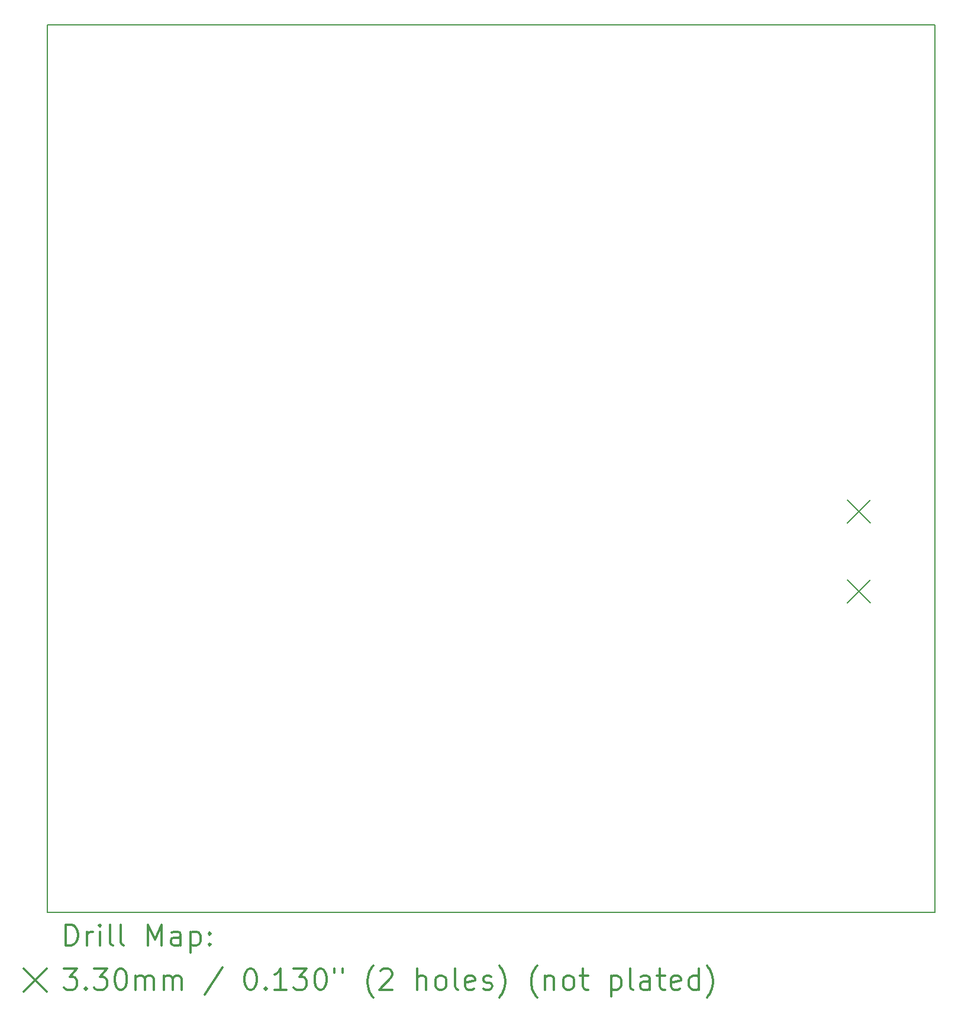
<source format=gbr>
%FSLAX45Y45*%
G04 Gerber Fmt 4.5, Leading zero omitted, Abs format (unit mm)*
G04 Created by KiCad (PCBNEW 4.0.6) date 01/31/18 03:36:19*
%MOMM*%
%LPD*%
G01*
G04 APERTURE LIST*
%ADD10C,0.127000*%
%ADD11C,0.150000*%
%ADD12C,0.200000*%
%ADD13C,0.300000*%
G04 APERTURE END LIST*
D10*
D11*
X12700000Y-12700000D02*
X12700000Y0D01*
X0Y-12700000D02*
X12700000Y-12700000D01*
X0Y0D02*
X0Y-12700000D01*
X0Y0D02*
X12700000Y0D01*
D12*
X11445191Y-6793579D02*
X11775191Y-7123579D01*
X11775191Y-6793579D02*
X11445191Y-7123579D01*
X11445191Y-7936579D02*
X11775191Y-8266579D01*
X11775191Y-7936579D02*
X11445191Y-8266579D01*
D13*
X263929Y-13173214D02*
X263929Y-12873214D01*
X335357Y-12873214D01*
X378214Y-12887500D01*
X406786Y-12916071D01*
X421071Y-12944643D01*
X435357Y-13001786D01*
X435357Y-13044643D01*
X421071Y-13101786D01*
X406786Y-13130357D01*
X378214Y-13158929D01*
X335357Y-13173214D01*
X263929Y-13173214D01*
X563929Y-13173214D02*
X563929Y-12973214D01*
X563929Y-13030357D02*
X578214Y-13001786D01*
X592500Y-12987500D01*
X621071Y-12973214D01*
X649643Y-12973214D01*
X749643Y-13173214D02*
X749643Y-12973214D01*
X749643Y-12873214D02*
X735357Y-12887500D01*
X749643Y-12901786D01*
X763928Y-12887500D01*
X749643Y-12873214D01*
X749643Y-12901786D01*
X935357Y-13173214D02*
X906786Y-13158929D01*
X892500Y-13130357D01*
X892500Y-12873214D01*
X1092500Y-13173214D02*
X1063929Y-13158929D01*
X1049643Y-13130357D01*
X1049643Y-12873214D01*
X1435357Y-13173214D02*
X1435357Y-12873214D01*
X1535357Y-13087500D01*
X1635357Y-12873214D01*
X1635357Y-13173214D01*
X1906786Y-13173214D02*
X1906786Y-13016071D01*
X1892500Y-12987500D01*
X1863928Y-12973214D01*
X1806786Y-12973214D01*
X1778214Y-12987500D01*
X1906786Y-13158929D02*
X1878214Y-13173214D01*
X1806786Y-13173214D01*
X1778214Y-13158929D01*
X1763928Y-13130357D01*
X1763928Y-13101786D01*
X1778214Y-13073214D01*
X1806786Y-13058929D01*
X1878214Y-13058929D01*
X1906786Y-13044643D01*
X2049643Y-12973214D02*
X2049643Y-13273214D01*
X2049643Y-12987500D02*
X2078214Y-12973214D01*
X2135357Y-12973214D01*
X2163929Y-12987500D01*
X2178214Y-13001786D01*
X2192500Y-13030357D01*
X2192500Y-13116071D01*
X2178214Y-13144643D01*
X2163929Y-13158929D01*
X2135357Y-13173214D01*
X2078214Y-13173214D01*
X2049643Y-13158929D01*
X2321071Y-13144643D02*
X2335357Y-13158929D01*
X2321071Y-13173214D01*
X2306786Y-13158929D01*
X2321071Y-13144643D01*
X2321071Y-13173214D01*
X2321071Y-12987500D02*
X2335357Y-13001786D01*
X2321071Y-13016071D01*
X2306786Y-13001786D01*
X2321071Y-12987500D01*
X2321071Y-13016071D01*
X-337500Y-13502500D02*
X-7500Y-13832500D01*
X-7500Y-13502500D02*
X-337500Y-13832500D01*
X235357Y-13503214D02*
X421071Y-13503214D01*
X321071Y-13617500D01*
X363928Y-13617500D01*
X392500Y-13631786D01*
X406786Y-13646071D01*
X421071Y-13674643D01*
X421071Y-13746071D01*
X406786Y-13774643D01*
X392500Y-13788929D01*
X363928Y-13803214D01*
X278214Y-13803214D01*
X249643Y-13788929D01*
X235357Y-13774643D01*
X549643Y-13774643D02*
X563929Y-13788929D01*
X549643Y-13803214D01*
X535357Y-13788929D01*
X549643Y-13774643D01*
X549643Y-13803214D01*
X663928Y-13503214D02*
X849643Y-13503214D01*
X749643Y-13617500D01*
X792500Y-13617500D01*
X821071Y-13631786D01*
X835357Y-13646071D01*
X849643Y-13674643D01*
X849643Y-13746071D01*
X835357Y-13774643D01*
X821071Y-13788929D01*
X792500Y-13803214D01*
X706786Y-13803214D01*
X678214Y-13788929D01*
X663928Y-13774643D01*
X1035357Y-13503214D02*
X1063929Y-13503214D01*
X1092500Y-13517500D01*
X1106786Y-13531786D01*
X1121071Y-13560357D01*
X1135357Y-13617500D01*
X1135357Y-13688929D01*
X1121071Y-13746071D01*
X1106786Y-13774643D01*
X1092500Y-13788929D01*
X1063929Y-13803214D01*
X1035357Y-13803214D01*
X1006786Y-13788929D01*
X992500Y-13774643D01*
X978214Y-13746071D01*
X963928Y-13688929D01*
X963928Y-13617500D01*
X978214Y-13560357D01*
X992500Y-13531786D01*
X1006786Y-13517500D01*
X1035357Y-13503214D01*
X1263929Y-13803214D02*
X1263929Y-13603214D01*
X1263929Y-13631786D02*
X1278214Y-13617500D01*
X1306786Y-13603214D01*
X1349643Y-13603214D01*
X1378214Y-13617500D01*
X1392500Y-13646071D01*
X1392500Y-13803214D01*
X1392500Y-13646071D02*
X1406786Y-13617500D01*
X1435357Y-13603214D01*
X1478214Y-13603214D01*
X1506786Y-13617500D01*
X1521071Y-13646071D01*
X1521071Y-13803214D01*
X1663928Y-13803214D02*
X1663928Y-13603214D01*
X1663928Y-13631786D02*
X1678214Y-13617500D01*
X1706786Y-13603214D01*
X1749643Y-13603214D01*
X1778214Y-13617500D01*
X1792500Y-13646071D01*
X1792500Y-13803214D01*
X1792500Y-13646071D02*
X1806786Y-13617500D01*
X1835357Y-13603214D01*
X1878214Y-13603214D01*
X1906786Y-13617500D01*
X1921071Y-13646071D01*
X1921071Y-13803214D01*
X2506786Y-13488929D02*
X2249643Y-13874643D01*
X2892500Y-13503214D02*
X2921071Y-13503214D01*
X2949643Y-13517500D01*
X2963928Y-13531786D01*
X2978214Y-13560357D01*
X2992500Y-13617500D01*
X2992500Y-13688929D01*
X2978214Y-13746071D01*
X2963928Y-13774643D01*
X2949643Y-13788929D01*
X2921071Y-13803214D01*
X2892500Y-13803214D01*
X2863928Y-13788929D01*
X2849643Y-13774643D01*
X2835357Y-13746071D01*
X2821071Y-13688929D01*
X2821071Y-13617500D01*
X2835357Y-13560357D01*
X2849643Y-13531786D01*
X2863928Y-13517500D01*
X2892500Y-13503214D01*
X3121071Y-13774643D02*
X3135357Y-13788929D01*
X3121071Y-13803214D01*
X3106786Y-13788929D01*
X3121071Y-13774643D01*
X3121071Y-13803214D01*
X3421071Y-13803214D02*
X3249643Y-13803214D01*
X3335357Y-13803214D02*
X3335357Y-13503214D01*
X3306785Y-13546071D01*
X3278214Y-13574643D01*
X3249643Y-13588929D01*
X3521071Y-13503214D02*
X3706785Y-13503214D01*
X3606785Y-13617500D01*
X3649643Y-13617500D01*
X3678214Y-13631786D01*
X3692500Y-13646071D01*
X3706785Y-13674643D01*
X3706785Y-13746071D01*
X3692500Y-13774643D01*
X3678214Y-13788929D01*
X3649643Y-13803214D01*
X3563928Y-13803214D01*
X3535357Y-13788929D01*
X3521071Y-13774643D01*
X3892500Y-13503214D02*
X3921071Y-13503214D01*
X3949643Y-13517500D01*
X3963928Y-13531786D01*
X3978214Y-13560357D01*
X3992500Y-13617500D01*
X3992500Y-13688929D01*
X3978214Y-13746071D01*
X3963928Y-13774643D01*
X3949643Y-13788929D01*
X3921071Y-13803214D01*
X3892500Y-13803214D01*
X3863928Y-13788929D01*
X3849643Y-13774643D01*
X3835357Y-13746071D01*
X3821071Y-13688929D01*
X3821071Y-13617500D01*
X3835357Y-13560357D01*
X3849643Y-13531786D01*
X3863928Y-13517500D01*
X3892500Y-13503214D01*
X4106786Y-13503214D02*
X4106786Y-13560357D01*
X4221071Y-13503214D02*
X4221071Y-13560357D01*
X4663928Y-13917500D02*
X4649643Y-13903214D01*
X4621071Y-13860357D01*
X4606786Y-13831786D01*
X4592500Y-13788929D01*
X4578214Y-13717500D01*
X4578214Y-13660357D01*
X4592500Y-13588929D01*
X4606786Y-13546071D01*
X4621071Y-13517500D01*
X4649643Y-13474643D01*
X4663928Y-13460357D01*
X4763928Y-13531786D02*
X4778214Y-13517500D01*
X4806786Y-13503214D01*
X4878214Y-13503214D01*
X4906786Y-13517500D01*
X4921071Y-13531786D01*
X4935357Y-13560357D01*
X4935357Y-13588929D01*
X4921071Y-13631786D01*
X4749643Y-13803214D01*
X4935357Y-13803214D01*
X5292500Y-13803214D02*
X5292500Y-13503214D01*
X5421071Y-13803214D02*
X5421071Y-13646071D01*
X5406786Y-13617500D01*
X5378214Y-13603214D01*
X5335357Y-13603214D01*
X5306786Y-13617500D01*
X5292500Y-13631786D01*
X5606785Y-13803214D02*
X5578214Y-13788929D01*
X5563928Y-13774643D01*
X5549643Y-13746071D01*
X5549643Y-13660357D01*
X5563928Y-13631786D01*
X5578214Y-13617500D01*
X5606785Y-13603214D01*
X5649643Y-13603214D01*
X5678214Y-13617500D01*
X5692500Y-13631786D01*
X5706785Y-13660357D01*
X5706785Y-13746071D01*
X5692500Y-13774643D01*
X5678214Y-13788929D01*
X5649643Y-13803214D01*
X5606785Y-13803214D01*
X5878214Y-13803214D02*
X5849643Y-13788929D01*
X5835357Y-13760357D01*
X5835357Y-13503214D01*
X6106786Y-13788929D02*
X6078214Y-13803214D01*
X6021071Y-13803214D01*
X5992500Y-13788929D01*
X5978214Y-13760357D01*
X5978214Y-13646071D01*
X5992500Y-13617500D01*
X6021071Y-13603214D01*
X6078214Y-13603214D01*
X6106786Y-13617500D01*
X6121071Y-13646071D01*
X6121071Y-13674643D01*
X5978214Y-13703214D01*
X6235357Y-13788929D02*
X6263928Y-13803214D01*
X6321071Y-13803214D01*
X6349643Y-13788929D01*
X6363928Y-13760357D01*
X6363928Y-13746071D01*
X6349643Y-13717500D01*
X6321071Y-13703214D01*
X6278214Y-13703214D01*
X6249643Y-13688929D01*
X6235357Y-13660357D01*
X6235357Y-13646071D01*
X6249643Y-13617500D01*
X6278214Y-13603214D01*
X6321071Y-13603214D01*
X6349643Y-13617500D01*
X6463928Y-13917500D02*
X6478214Y-13903214D01*
X6506786Y-13860357D01*
X6521071Y-13831786D01*
X6535357Y-13788929D01*
X6549643Y-13717500D01*
X6549643Y-13660357D01*
X6535357Y-13588929D01*
X6521071Y-13546071D01*
X6506786Y-13517500D01*
X6478214Y-13474643D01*
X6463928Y-13460357D01*
X7006786Y-13917500D02*
X6992500Y-13903214D01*
X6963928Y-13860357D01*
X6949643Y-13831786D01*
X6935357Y-13788929D01*
X6921071Y-13717500D01*
X6921071Y-13660357D01*
X6935357Y-13588929D01*
X6949643Y-13546071D01*
X6963928Y-13517500D01*
X6992500Y-13474643D01*
X7006786Y-13460357D01*
X7121071Y-13603214D02*
X7121071Y-13803214D01*
X7121071Y-13631786D02*
X7135357Y-13617500D01*
X7163928Y-13603214D01*
X7206786Y-13603214D01*
X7235357Y-13617500D01*
X7249643Y-13646071D01*
X7249643Y-13803214D01*
X7435357Y-13803214D02*
X7406786Y-13788929D01*
X7392500Y-13774643D01*
X7378214Y-13746071D01*
X7378214Y-13660357D01*
X7392500Y-13631786D01*
X7406786Y-13617500D01*
X7435357Y-13603214D01*
X7478214Y-13603214D01*
X7506786Y-13617500D01*
X7521071Y-13631786D01*
X7535357Y-13660357D01*
X7535357Y-13746071D01*
X7521071Y-13774643D01*
X7506786Y-13788929D01*
X7478214Y-13803214D01*
X7435357Y-13803214D01*
X7621071Y-13603214D02*
X7735357Y-13603214D01*
X7663928Y-13503214D02*
X7663928Y-13760357D01*
X7678214Y-13788929D01*
X7706786Y-13803214D01*
X7735357Y-13803214D01*
X8063928Y-13603214D02*
X8063928Y-13903214D01*
X8063928Y-13617500D02*
X8092500Y-13603214D01*
X8149643Y-13603214D01*
X8178214Y-13617500D01*
X8192500Y-13631786D01*
X8206786Y-13660357D01*
X8206786Y-13746071D01*
X8192500Y-13774643D01*
X8178214Y-13788929D01*
X8149643Y-13803214D01*
X8092500Y-13803214D01*
X8063928Y-13788929D01*
X8378214Y-13803214D02*
X8349643Y-13788929D01*
X8335357Y-13760357D01*
X8335357Y-13503214D01*
X8621071Y-13803214D02*
X8621071Y-13646071D01*
X8606786Y-13617500D01*
X8578214Y-13603214D01*
X8521071Y-13603214D01*
X8492500Y-13617500D01*
X8621071Y-13788929D02*
X8592500Y-13803214D01*
X8521071Y-13803214D01*
X8492500Y-13788929D01*
X8478214Y-13760357D01*
X8478214Y-13731786D01*
X8492500Y-13703214D01*
X8521071Y-13688929D01*
X8592500Y-13688929D01*
X8621071Y-13674643D01*
X8721071Y-13603214D02*
X8835357Y-13603214D01*
X8763929Y-13503214D02*
X8763929Y-13760357D01*
X8778214Y-13788929D01*
X8806786Y-13803214D01*
X8835357Y-13803214D01*
X9049643Y-13788929D02*
X9021072Y-13803214D01*
X8963929Y-13803214D01*
X8935357Y-13788929D01*
X8921072Y-13760357D01*
X8921072Y-13646071D01*
X8935357Y-13617500D01*
X8963929Y-13603214D01*
X9021072Y-13603214D01*
X9049643Y-13617500D01*
X9063929Y-13646071D01*
X9063929Y-13674643D01*
X8921072Y-13703214D01*
X9321072Y-13803214D02*
X9321072Y-13503214D01*
X9321072Y-13788929D02*
X9292500Y-13803214D01*
X9235357Y-13803214D01*
X9206786Y-13788929D01*
X9192500Y-13774643D01*
X9178214Y-13746071D01*
X9178214Y-13660357D01*
X9192500Y-13631786D01*
X9206786Y-13617500D01*
X9235357Y-13603214D01*
X9292500Y-13603214D01*
X9321072Y-13617500D01*
X9435357Y-13917500D02*
X9449643Y-13903214D01*
X9478214Y-13860357D01*
X9492500Y-13831786D01*
X9506786Y-13788929D01*
X9521072Y-13717500D01*
X9521072Y-13660357D01*
X9506786Y-13588929D01*
X9492500Y-13546071D01*
X9478214Y-13517500D01*
X9449643Y-13474643D01*
X9435357Y-13460357D01*
M02*

</source>
